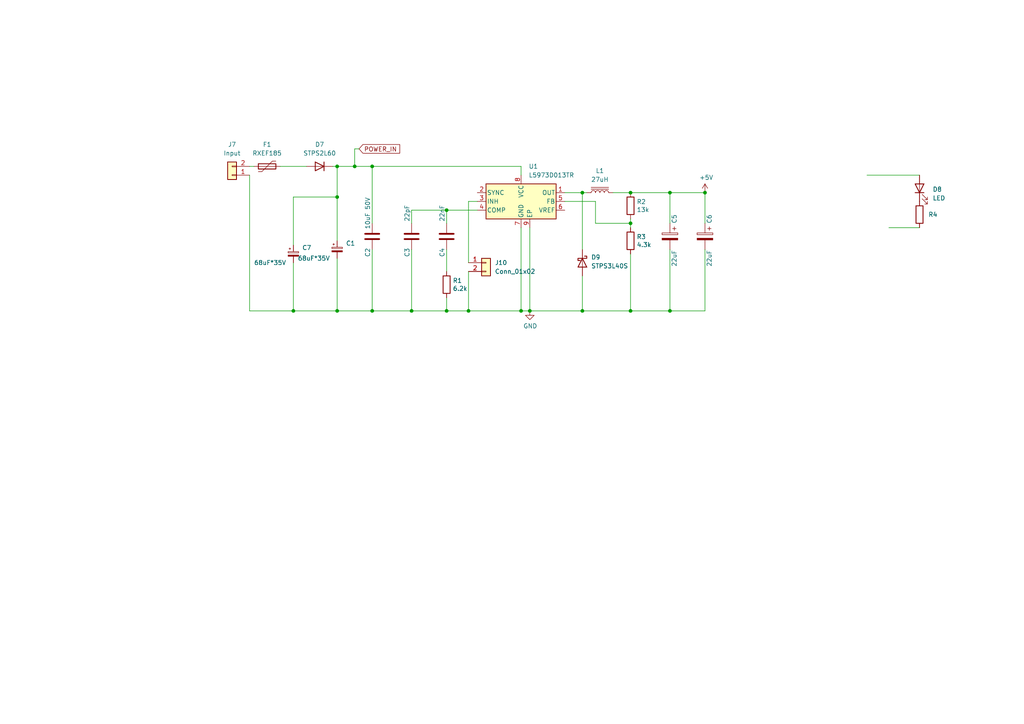
<source format=kicad_sch>
(kicad_sch (version 20231120) (generator "eeschema") (generator_version "8.0")
  (paper "A4")
  (lib_symbols
    (symbol "Connector_Generic:Conn_01x02" (pin_names (offset 1.016) hide)
      (property "Reference" "J" (at 0 2.54 0))
      (property "Value" "Conn_01x02" (at 0 -5.08 0))
      (symbol "Conn_01x02_1_1"
        (rectangle (start -1.27 -2.413) (end 0 -2.667) (stroke (width 0.1524)))
        (rectangle (start -1.27 0.127) (end 0 -0.127) (stroke (width 0.1524)))
        (rectangle (start -1.27 1.27) (end 1.27 -3.81) (stroke (width 0.254)) (fill (type background)))
        (pin passive line (at -5.08 0 0) (length 3.81) (name "Pin_1") (number "1"))
        (pin passive line (at -5.08 -2.54 0) (length 3.81) (name "Pin_2") (number "2"))
      )
    )
    (symbol "Device:C" (pin_numbers hide) (pin_names (offset 0.254))
      (property "Reference" "C" (at 0.635 2.54 0))
      (property "Value" "C" (at 0.635 -2.54 0))
      (symbol "C_0_1"
        (polyline (pts (xy -2.032 -0.762) (xy 2.032 -0.762)) (stroke (width 0.508)))
        (polyline (pts (xy -2.032 0.762) (xy 2.032 0.762)) (stroke (width 0.508)))
      )
      (symbol "C_1_1"
        (pin passive line (at 0 3.81 270) (length 2.794) (name "~") (number "1"))
        (pin passive line (at 0 -3.81 90) (length 2.794) (name "~") (number "2"))
      )
    )
    (symbol "Device:C_Polarized" (pin_numbers hide) (pin_names (offset 0.254))
      (property "Reference" "C" (at 0.635 2.54 0))
      (property "Value" "C_Polarized" (at 0.635 -2.54 0))
      (symbol "C_Polarized_0_1"
        (rectangle (start -2.286 0.508) (end 2.286 1.016))
        (polyline (pts (xy -1.778 2.286) (xy -0.762 2.286)))
        (polyline (pts (xy -1.27 2.794) (xy -1.27 1.778)))
        (rectangle (start 2.286 -0.508) (end -2.286 -1.016) (fill (type outline)))
      )
      (symbol "C_Polarized_1_1"
        (pin passive line (at 0 3.81 270) (length 2.794) (name "~") (number "1"))
        (pin passive line (at 0 -3.81 90) (length 2.794) (name "~") (number "2"))
      )
    )
    (symbol "Device:C_Polarized_Small" (pin_numbers hide) (pin_names (offset 0.254) hide)
      (property "Reference" "C" (at 0.254 1.778 0))
      (property "Value" "C_Polarized_Small" (at 0.254 -2.032 0))
      (symbol "C_Polarized_Small_0_1"
        (rectangle (start -1.524 -0.3048) (end 1.524 -0.6858) (fill (type outline)))
        (rectangle (start -1.524 0.6858) (end 1.524 0.3048))
        (polyline (pts (xy -1.27 1.524) (xy -0.762 1.524)))
        (polyline (pts (xy -1.016 1.27) (xy -1.016 1.778)))
      )
      (symbol "C_Polarized_Small_1_1"
        (pin passive line (at 0 2.54 270) (length 1.8542) (name "~") (number "1"))
        (pin passive line (at 0 -2.54 90) (length 1.8542) (name "~") (number "2"))
      )
    )
    (symbol "Device:LED" (pin_numbers hide) (pin_names (offset 1.016) hide)
      (property "Reference" "D" (at 0 2.54 0))
      (property "Value" "LED" (at 0 -2.54 0))
      (symbol "LED_0_1"
        (polyline (pts (xy -1.27 -1.27) (xy -1.27 1.27)) (stroke (width 0.254)))
        (polyline (pts (xy -1.27 0) (xy 1.27 0)))
        (polyline (pts (xy 1.27 -1.27) (xy 1.27 1.27) (xy -1.27 0) (xy 1.27 -1.27)) (stroke (width 0.254)))
        (polyline (pts (xy -3.048 -0.762) (xy -4.572 -2.286) (xy -3.81 -2.286) (xy -4.572 -2.286) (xy -4.572 -1.524)))
        (polyline (pts (xy -1.778 -0.762) (xy -3.302 -2.286) (xy -2.54 -2.286) (xy -3.302 -2.286) (xy -3.302 -1.524)))
      )
      (symbol "LED_1_1"
        (pin passive line (at -3.81 0 0) (length 2.54) (name "K") (number "1"))
        (pin passive line (at 3.81 0 180) (length 2.54) (name "A") (number "2"))
      )
    )
    (symbol "Device:L_Iron" (pin_numbers hide) (pin_names (offset 1.016) hide)
      (property "Reference" "L" (at -1.27 0 90))
      (property "Value" "L_Iron" (at 2.794 0 90))
      (symbol "L_Iron_0_1"
        (arc (start 0 -2.54) (mid 0.6323 -1.905) (end 0 -1.27))
        (arc (start 0 -1.27) (mid 0.6323 -0.635) (end 0 0))
        (polyline (pts (xy 1.016 2.54) (xy 1.016 -2.54)))
        (polyline (pts (xy 1.524 -2.54) (xy 1.524 2.54)))
        (arc (start 0 0) (mid 0.6323 0.635) (end 0 1.27))
        (arc (start 0 1.27) (mid 0.6323 1.905) (end 0 2.54))
      )
      (symbol "L_Iron_1_1"
        (pin passive line (at 0 3.81 270) (length 1.27) (name "1") (number "1"))
        (pin passive line (at 0 -3.81 90) (length 1.27) (name "2") (number "2"))
      )
    )
    (symbol "Device:Polyfuse" (pin_numbers hide) (pin_names (offset 0))
      (property "Reference" "F" (at -2.54 0 90))
      (property "Value" "Polyfuse" (at 2.54 0 90))
      (symbol "Polyfuse_0_1"
        (rectangle (start -0.762 2.54) (end 0.762 -2.54) (stroke (width 0.254)))
        (polyline (pts (xy 0 2.54) (xy 0 -2.54)))
        (polyline (pts (xy -1.524 2.54) (xy -1.524 1.524) (xy 1.524 -1.524) (xy 1.524 -2.54)))
      )
      (symbol "Polyfuse_1_1"
        (pin passive line (at 0 3.81 270) (length 1.27) (name "~") (number "1"))
        (pin passive line (at 0 -3.81 90) (length 1.27) (name "~") (number "2"))
      )
    )
    (symbol "Device:R" (pin_numbers hide) (pin_names (offset 0))
      (property "Reference" "R" (at 2.032 0 90))
      (property "Value" "R" (at 0 0 90))
      (symbol "R_0_1"
        (rectangle (start -1.016 -2.54) (end 1.016 2.54) (stroke (width 0.254)))
      )
      (symbol "R_1_1"
        (pin passive line (at 0 3.81 270) (length 1.27) (name "~") (number "1"))
        (pin passive line (at 0 -3.81 90) (length 1.27) (name "~") (number "2"))
      )
    )
    (symbol "Diode:1N6857UR" (pin_numbers hide) (pin_names (offset 1.016) hide)
      (property "Reference" "D" (at 0 2.54 0))
      (property "Value" "1N6857UR" (at 0 -2.54 0))
      (symbol "1N6857UR_0_1"
        (polyline (pts (xy 1.27 0) (xy -1.27 0)))
        (polyline (pts (xy 1.27 1.27) (xy 1.27 -1.27) (xy -1.27 0) (xy 1.27 1.27)) (stroke (width 0.254)))
        (polyline (pts (xy -1.905 0.635) (xy -1.905 1.27) (xy -1.27 1.27) (xy -1.27 -1.27) (xy -0.635 -1.27) (xy -0.635 -0.635)) (stroke (width 0.254)))
      )
      (symbol "1N6857UR_1_1"
        (pin passive line (at -3.81 0 0) (length 2.54) (name "K") (number "1"))
        (pin passive line (at 3.81 0 180) (length 2.54) (name "A") (number "2"))
      )
    )
    (symbol "Diode:1N914" (pin_numbers hide) (pin_names hide)
      (property "Reference" "D" (at 0 2.54 0))
      (property "Value" "1N914" (at 0 -2.54 0))
      (symbol "1N914_0_1"
        (polyline (pts (xy -1.27 1.27) (xy -1.27 -1.27)) (stroke (width 0.254)))
        (polyline (pts (xy 1.27 0) (xy -1.27 0)))
        (polyline (pts (xy 1.27 1.27) (xy 1.27 -1.27) (xy -1.27 0) (xy 1.27 1.27)) (stroke (width 0.254)))
      )
      (symbol "1N914_1_1"
        (pin passive line (at -3.81 0 0) (length 2.54) (name "K") (number "1"))
        (pin passive line (at 3.81 0 180) (length 2.54) (name "A") (number "2"))
      )
    )
    (symbol "Regulator_Switching:L5973D" (pin_names (offset 0.254))
      (property "Reference" "U" (at -10.16 6.35 0))
      (property "Value" "L5973D" (at 3.81 6.35 0))
      (symbol "L5973D_0_1"
        (rectangle (start -10.16 5.08) (end 10.16 -5.08) (stroke (width 0.254)) (fill (type background)))
      )
      (symbol "L5973D_1_1"
        (pin output line (at 12.7 2.54 180) (length 2.54) (name "OUT") (number "1"))
        (pin bidirectional line (at -12.7 2.54 0) (length 2.54) (name "SYNC") (number "2"))
        (pin input line (at -12.7 0 0) (length 2.54) (name "INH") (number "3"))
        (pin passive line (at -12.7 -2.54 0) (length 2.54) (name "COMP") (number "4"))
        (pin input line (at 12.7 0 180) (length 2.54) (name "FB") (number "5"))
        (pin output line (at 12.7 -2.54 180) (length 2.54) (name "VREF") (number "6"))
        (pin power_in line (at 0 -7.62 90) (length 2.54) (name "GND") (number "7"))
        (pin power_in line (at 0 7.62 270) (length 2.54) (name "VCC") (number "8"))
        (pin passive line (at 2.54 -7.62 90) (length 2.54) (name "EP") (number "9"))
      )
    )
    (symbol "power:+5V" (power) (pin_names (offset 0))
      (property "Value" "+5V" (at 0 3.556 0))
      (symbol "+5V_0_1"
        (polyline (pts (xy -0.762 1.27) (xy 0 2.54)))
        (polyline (pts (xy 0 0) (xy 0 2.54)))
        (polyline (pts (xy 0 2.54) (xy 0.762 1.27)))
      )
      (symbol "+5V_1_1"
        (pin power_in line (at 0 0 90) (length 0) hide (name "+5V") (number "1"))
      )
    )
    (symbol "power:GND" (power) (pin_names (offset 0))
      (property "Value" "GND" (at 0 -3.81 0))
      (symbol "GND_0_1"
        (polyline (pts (xy 0 0) (xy 0 -1.27) (xy 1.27 -1.27) (xy 0 -2.54) (xy -1.27 -1.27) (xy 0 -1.27)))
      )
      (symbol "GND_1_1"
        (pin power_in line (at 0 0 270) (length 0) hide (name "GND") (number "1"))
      )
    )
  )
  (junction (at 97.79 48.26))
  (junction (at 85.09 90.17))
  (junction (at 97.79 90.17))
  (junction (at 119.38 90.17))
  (junction (at 194.31 55.88))
  (junction (at 107.95 48.26))
  (junction (at 97.79 57.15))
  (junction (at 135.89 90.17))
  (junction (at 151.13 90.17))
  (junction (at 102.87 48.26))
  (junction (at 153.67 90.17))
  (junction (at 168.91 55.88))
  (junction (at 168.91 90.17))
  (junction (at 194.31 90.17))
  (junction (at 129.54 60.96))
  (junction (at 182.88 55.88))
  (junction (at 204.47 55.88))
  (junction (at 182.88 64.77))
  (junction (at 107.95 90.17))
  (junction (at 182.88 90.17))
  (junction (at 129.54 90.17))
  (wire (pts (xy 81.28 48.26) (xy 88.9 48.26)))
  (wire (pts (xy 129.54 64.77) (xy 129.54 60.96)))
  (wire (pts (xy 96.52 48.26) (xy 97.79 48.26)))
  (wire (pts (xy 168.91 72.39) (xy 168.91 55.88)))
  (wire (pts (xy 97.79 48.26) (xy 97.79 57.15)))
  (wire (pts (xy 72.39 90.17) (xy 85.09 90.17)))
  (wire (pts (xy 85.09 71.12) (xy 85.09 57.15)))
  (wire (pts (xy 72.39 50.8) (xy 72.39 90.17)))
  (wire (pts (xy 102.87 48.26) (xy 107.95 48.26)))
  (wire (pts (xy 182.88 73.66) (xy 182.88 90.17)))
  (wire (pts (xy 85.09 90.17) (xy 97.79 90.17)))
  (wire (pts (xy 163.83 55.88) (xy 168.91 55.88)))
  (wire (pts (xy 168.91 55.88) (xy 170.18 55.88)))
  (wire (pts (xy 204.47 90.17) (xy 194.31 90.17)))
  (wire (pts (xy 107.95 72.39) (xy 107.95 90.17)))
  (wire (pts (xy 119.38 60.96) (xy 119.38 64.77)))
  (wire (pts (xy 163.83 58.42) (xy 172.72 58.42)))
  (wire (pts (xy 135.89 78.74) (xy 135.89 90.17)))
  (wire (pts (xy 135.89 58.42) (xy 135.89 76.2)))
  (wire (pts (xy 204.47 72.39) (xy 204.47 90.17)))
  (wire (pts (xy 172.72 58.42) (xy 172.72 64.77)))
  (wire (pts (xy 204.47 55.88) (xy 194.31 55.88)))
  (wire (pts (xy 102.87 43.18) (xy 102.87 48.26)))
  (wire (pts (xy 85.09 57.15) (xy 97.79 57.15)))
  (wire (pts (xy 107.95 90.17) (xy 119.38 90.17)))
  (wire (pts (xy 97.79 74.93) (xy 97.79 90.17)))
  (wire (pts (xy 138.43 58.42) (xy 135.89 58.42)))
  (wire (pts (xy 138.43 60.96) (xy 129.54 60.96)))
  (wire (pts (xy 107.95 48.26) (xy 151.13 48.26)))
  (wire (pts (xy 182.88 66.04) (xy 182.88 64.77)))
  (wire (pts (xy 168.91 90.17) (xy 153.67 90.17)))
  (wire (pts (xy 153.67 66.04) (xy 153.67 90.17)))
  (wire (pts (xy 129.54 90.17) (xy 129.54 86.36)))
  (wire (pts (xy 104.14 43.18) (xy 102.87 43.18)))
  (wire (pts (xy 168.91 80.01) (xy 168.91 90.17)))
  (wire (pts (xy 177.8 55.88) (xy 182.88 55.88)))
  (wire (pts (xy 97.79 90.17) (xy 107.95 90.17)))
  (wire (pts (xy 182.88 64.77) (xy 182.88 63.5)))
  (wire (pts (xy 151.13 48.26) (xy 151.13 50.8)))
  (wire (pts (xy 135.89 90.17) (xy 151.13 90.17)))
  (wire (pts (xy 194.31 90.17) (xy 182.88 90.17)))
  (wire (pts (xy 266.7 66.04) (xy 257.81 66.04)))
  (wire (pts (xy 107.95 64.77) (xy 107.95 48.26)))
  (wire (pts (xy 129.54 60.96) (xy 119.38 60.96)))
  (wire (pts (xy 194.31 55.88) (xy 182.88 55.88)))
  (wire (pts (xy 129.54 72.39) (xy 129.54 78.74)))
  (wire (pts (xy 204.47 64.77) (xy 204.47 55.88)))
  (wire (pts (xy 119.38 72.39) (xy 119.38 90.17)))
  (wire (pts (xy 119.38 90.17) (xy 129.54 90.17)))
  (wire (pts (xy 172.72 64.77) (xy 182.88 64.77)))
  (wire (pts (xy 85.09 76.2) (xy 85.09 90.17)))
  (wire (pts (xy 194.31 64.77) (xy 194.31 55.88)))
  (wire (pts (xy 97.79 48.26) (xy 102.87 48.26)))
  (wire (pts (xy 194.31 72.39) (xy 194.31 90.17)))
  (wire (pts (xy 266.7 50.8) (xy 251.46 50.8)))
  (wire (pts (xy 129.54 90.17) (xy 135.89 90.17)))
  (wire (pts (xy 151.13 66.04) (xy 151.13 90.17)))
  (wire (pts (xy 97.79 57.15) (xy 97.79 69.85)))
  (wire (pts (xy 72.39 48.26) (xy 73.66 48.26)))
  (wire (pts (xy 153.67 90.17) (xy 151.13 90.17)))
  (wire (pts (xy 182.88 90.17) (xy 168.91 90.17)))
  (global_label "POWER_IN" (shape input) (at 104.14 43.18 0) (property "Intersheetrefs" "${INTERSHEET_REFS}" (effects (hide yes))))
  (symbol (lib_id "Device:L_Iron") (at 173.99 55.88 90) (unit 1)
    (property "Reference" "L1" (at 173.99 49.53 90))
    (property "Value" "27uH" (at 173.99 52.07 90))
    (property "Footprint" "Inductor_SMD:L_Bourns_SRR1208_12.7x12.7mm" (effects (hide yes)))
  )
  (symbol (lib_id "Device:R") (at 129.54 82.55 180) (unit 1)
    (property "Reference" "R1" (at 131.318 81.3816 0) (effects (justify right)))
    (property "Value" "6.2k" (at 131.318 83.693 0) (effects (justify right)))
    (property "Footprint" "Resistor_SMD:R_0805_2012Metric_Pad1.20x1.40mm_HandSolder" (effects (hide yes)))
  )
  (symbol (lib_id "power:+5V") (at 204.47 55.88 0) (unit 1)
    (property "Reference" "#PWR013" (effects (hide yes)))
    (property "Value" "+5V" (at 204.851 51.4858 0))
  )
  (symbol (lib_id "Device:C") (at 129.54 68.58 0) (unit 1)
    (property "Reference" "C4" (at 128.2446 73.2282 90))
    (property "Value" "22nF" (at 128.2446 61.849 90))
    (property "Footprint" "Capacitor_SMD:C_0805_2012Metric_Pad1.18x1.45mm_HandSolder" (effects (hide yes)))
  )
  (symbol (lib_id "Device:R") (at 182.88 59.69 180) (unit 1)
    (property "Reference" "R2" (at 184.658 58.5216 0) (effects (justify right)))
    (property "Value" "13k" (at 184.658 60.833 0) (effects (justify right)))
    (property "Footprint" "Resistor_SMD:R_0805_2012Metric_Pad1.20x1.40mm_HandSolder" (effects (hide yes)))
  )
  (symbol (lib_id "Device:Polyfuse") (at 77.47 48.26 270) (unit 1)
    (property "Reference" "F1" (at 77.47 41.91 90))
    (property "Value" "RXEF185" (at 77.47 44.45 90))
    (property "Footprint" "Fuse:CAPRB1000W55L1500T500H1900" (effects (hide yes)))
  )
  (symbol (lib_id "Device:LED") (at 266.7 54.61 90) (unit 1)
    (property "Reference" "D8" (at 270.51 54.9274 90) (effects (justify right)))
    (property "Value" "LED" (at 270.51 57.4674 90) (effects (justify right)))
    (property "Footprint" "LED_THT:LED_D3.0mm" (effects (hide yes)))
    (property "Description" "Light emitting diode" (effects (hide yes)))
  )
  (symbol (lib_id "Device:C_Polarized_Small") (at 97.79 72.39 0) (unit 1)
    (property "Reference" "C1" (at 100.33 70.5739 0) (effects (justify left)))
    (property "Value" "68uF*35V" (at 86.36 74.93 0) (effects (justify left)))
    (property "Footprint" "Capacitor_Tantalum_SMD:CP_EIA-7361-38_AVX-V_Pad2.18x3.30mm_HandSolder" (effects (hide yes)))
  )
  (symbol (lib_id "Connector_Generic:Conn_01x02") (at 140.97 76.2 0) (unit 1)
    (property "Reference" "J10" (at 143.51 76.2 0) (effects (justify left)))
    (property "Value" "Conn_01x02" (at 143.51 78.74 0) (effects (justify left)))
    (property "Footprint" "Connector_PinHeader_2.00mm:PinHeader_1x02_P2.00mm_Vertical" (effects (hide yes)))
  )
  (symbol (lib_id "Device:C_Polarized_Small") (at 85.09 73.66 0) (unit 1)
    (property "Reference" "C7" (at 87.63 71.8439 0) (effects (justify left)))
    (property "Value" "68uF*35V" (at 73.66 76.2 0) (effects (justify left)))
    (property "Footprint" "Capacitor_Tantalum_SMD:CP_EIA-7361-38_AVX-V_Pad2.18x3.30mm_HandSolder" (effects (hide yes)))
  )
  (symbol (lib_id "Device:C_Polarized") (at 204.47 68.58 0) (mirror y) (unit 1)
    (property "Reference" "C6" (at 205.74 63.5 90))
    (property "Value" "22uF" (at 205.74 74.93 90))
    (property "Footprint" "Capacitor_Tantalum_SMD:CP_EIA-3528-21_Kemet-B_Pad1.50x2.35mm_HandSolder" (effects (hide yes)))
  )
  (symbol (lib_id "Device:C_Polarized") (at 194.31 68.58 0) (mirror y) (unit 1)
    (property "Reference" "C5" (at 195.58 63.5 90))
    (property "Value" "22uF" (at 195.58 74.93 90))
    (property "Footprint" "Capacitor_Tantalum_SMD:CP_EIA-3528-21_Kemet-B_Pad1.50x2.35mm_HandSolder" (effects (hide yes)))
  )
  (symbol (lib_id "Device:R") (at 182.88 69.85 180) (unit 1)
    (property "Reference" "R3" (at 184.658 68.6816 0) (effects (justify right)))
    (property "Value" "4.3k" (at 184.658 70.993 0) (effects (justify right)))
    (property "Footprint" "Resistor_SMD:R_0805_2012Metric_Pad1.20x1.40mm_HandSolder" (effects (hide yes)))
  )
  (symbol (lib_id "Device:C") (at 107.95 68.58 0) (unit 1)
    (property "Reference" "C2" (at 106.6546 73.2282 90))
    (property "Value" "10uF 50V" (at 106.6546 61.849 90))
    (property "Footprint" "Capacitor_SMD:C_1210_3225Metric_Pad1.33x2.70mm_HandSolder" (effects (hide yes)))
  )
  (symbol (lib_id "power:GND") (at 153.67 90.17 0) (unit 1)
    (property "Reference" "#PWR08" (effects (hide yes)))
    (property "Value" "GND" (at 153.797 94.5642 0))
  )
  (symbol (lib_id "Device:C") (at 119.38 68.58 0) (unit 1)
    (property "Reference" "C3" (at 118.0846 73.2282 90))
    (property "Value" "22pF" (at 118.0846 61.849 90))
    (property "Footprint" "Capacitor_SMD:C_0805_2012Metric_Pad1.18x1.45mm_HandSolder" (effects (hide yes)))
  )
  (symbol (lib_id "Regulator_Switching:L5973D") (at 151.13 58.42 0) (unit 1)
    (property "Reference" "U1" (at 153.3241 48.26 0) (effects (justify left)))
    (property "Value" "L5973D013TR" (at 153.3241 50.8 0) (effects (justify left)))
    (property "Footprint" "Package_SO:HSOP-8-1EP_3.9x4.9mm_P1.27mm_EP2.41x3.1mm_ThermalVias" (effects (hide yes)))
    (property "Datasheet" "http://www.st.com/resource/en/datasheet/l5973d.pdf" (effects (hide yes)))
  )
  (symbol (lib_id "Diode:1N914") (at 92.71 48.26 0) (mirror y) (unit 1)
    (property "Reference" "D7" (at 92.71 41.91 0))
    (property "Value" "STPS2L60" (at 92.71 44.45 0))
    (property "Footprint" "Diode_SMD:D_SMA" (effects (hide yes)))
    (property "Datasheet" "http://www.vishay.com/docs/85622/1n914.pdf" (effects (hide yes)))
    (property "Sim.Device" "D" (effects (hide yes)))
    (property "Sim.Pins" "1=K 2=A" (effects (hide yes)))
  )
  (symbol (lib_id "Diode:1N6857UR") (at 168.91 76.2 270) (unit 1)
    (property "Reference" "D9" (at 171.45 74.6125 90) (effects (justify left)))
    (property "Value" "STPS3L40S" (at 171.45 77.1525 90) (effects (justify left)))
    (property "Footprint" "Diode_SMD:D_SMC" (effects (hide yes)))
    (property "Datasheet" "https://www.microsemi.com/document-portal/doc_download/131890-lds-0040-1-datasheet" (effects (hide yes)))
  )
  (symbol (lib_id "Connector_Generic:Conn_01x02") (at 67.31 50.8 180) (unit 1)
    (property "Reference" "J7" (at 67.31 41.91 0))
    (property "Value" "Input" (at 67.31 44.45 0))
    (property "Footprint" "Connector_Molex:Molex_Micro-Fit_3.0_43650-0215_1x02_P3.00mm_Vertical" (effects (hide yes)))
  )
  (symbol (lib_id "Device:R") (at 266.7 62.23 180) (unit 1)
    (property "Reference" "R4" (at 269.24 62.2299 0) (effects (justify right)))
    (property "Value" "330" (effects (hide yes)))
    (property "Footprint" "Resistor_SMD:R_1206_3216Metric_Pad1.30x1.75mm_HandSolder" (effects (hide yes)))
    (property "Description" "Resistor" (effects (hide yes)))
  )
)
</source>
